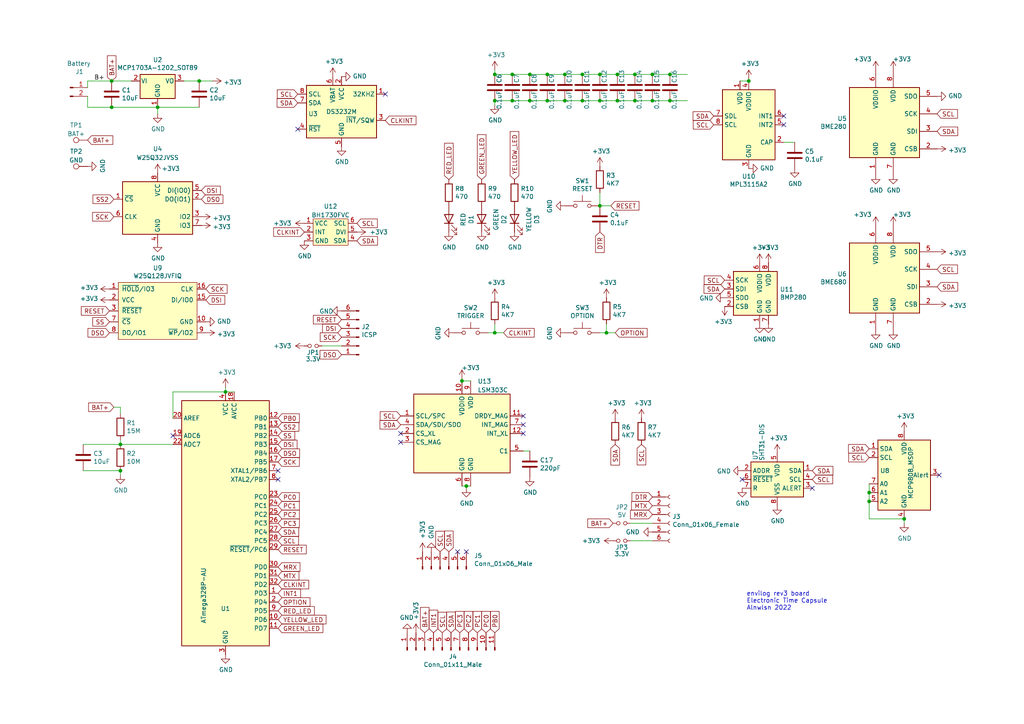
<source format=kicad_sch>
(kicad_sch (version 20211123) (generator eeschema)
  (paper "A4")
  (junction (at 179.07 29.21))
  (junction (at 34.925 128.905))
  (junction (at 143.51 29.21))
  (junction (at 153.67 29.21))
  (junction (at 32.385 23.495))
  (junction (at 143.51 21.59))
  (junction (at 153.67 21.59))
  (junction (at 173.99 21.59))
  (junction (at 252.095 145.415))
  (junction (at 184.15 21.59))
  (junction (at 148.59 29.21))
  (junction (at 57.785 23.495))
  (junction (at 252.095 142.875))
  (junction (at 168.91 21.59))
  (junction (at 133.985 110.49))
  (junction (at 168.91 29.21))
  (junction (at 194.31 21.59))
  (junction (at 217.17 23.495))
  (junction (at 135.255 140.97))
  (junction (at 32.385 31.115))
  (junction (at 175.895 96.52))
  (junction (at 45.72 31.115))
  (junction (at 179.07 21.59))
  (junction (at 148.59 21.59))
  (junction (at 158.75 29.21))
  (junction (at 189.23 29.21))
  (junction (at 189.23 21.59))
  (junction (at 34.925 136.525))
  (junction (at 65.405 113.665))
  (junction (at 163.83 21.59))
  (junction (at 173.99 59.69))
  (junction (at 163.83 29.21))
  (junction (at 262.255 150.495))
  (junction (at 143.51 96.52))
  (junction (at 194.31 29.21))
  (junction (at 173.99 29.21))
  (junction (at 158.75 21.59))
  (junction (at 184.15 29.21))
  (no_connect (at 215.265 139.065))
  (no_connect (at 151.765 123.19))
  (no_connect (at 151.765 125.73))
  (no_connect (at 116.205 128.27))
  (no_connect (at 116.205 125.73))
  (no_connect (at 151.765 120.65))
  (no_connect (at 86.36 37.465))
  (no_connect (at 80.645 136.525))
  (no_connect (at 111.76 27.305))
  (no_connect (at 235.585 141.605))
  (no_connect (at 132.715 160.02))
  (no_connect (at 272.415 137.795))
  (no_connect (at 80.645 139.065))
  (no_connect (at 227.33 36.195))
  (no_connect (at 135.255 160.02))
  (no_connect (at 227.33 33.655))
  (no_connect (at 50.165 126.365))
  (wire (pts (xy 61.595 23.495) (xy 57.785 23.495)))
  (wire (pts (xy 32.385 31.115) (xy 45.72 31.115)))
  (wire (pts (xy 227.33 41.275) (xy 230.505 41.275)))
  (wire (pts (xy 173.99 29.21) (xy 179.07 29.21)))
  (wire (pts (xy 163.83 21.59) (xy 168.91 21.59)))
  (wire (pts (xy 178.435 96.52) (xy 175.895 96.52)))
  (wire (pts (xy 143.51 21.59) (xy 148.59 21.59)))
  (wire (pts (xy 93.345 100.33) (xy 99.06 100.33)))
  (wire (pts (xy 173.99 55.88) (xy 173.99 59.69)))
  (wire (pts (xy 25.4 23.495) (xy 32.385 23.495)))
  (wire (pts (xy 143.51 29.21) (xy 148.59 29.21)))
  (wire (pts (xy 177.165 59.69) (xy 173.99 59.69)))
  (wire (pts (xy 143.51 96.52) (xy 141.605 96.52)))
  (wire (pts (xy 158.75 21.59) (xy 163.83 21.59)))
  (wire (pts (xy 146.05 96.52) (xy 143.51 96.52)))
  (wire (pts (xy 133.985 140.97) (xy 135.255 140.97)))
  (wire (pts (xy 34.925 136.525) (xy 24.13 136.525)))
  (wire (pts (xy 24.13 128.905) (xy 34.925 128.905)))
  (wire (pts (xy 148.59 29.21) (xy 153.67 29.21)))
  (wire (pts (xy 34.925 137.795) (xy 34.925 136.525)))
  (wire (pts (xy 25.4 25.4) (xy 25.4 23.495)))
  (wire (pts (xy 217.17 23.495) (xy 214.63 23.495)))
  (wire (pts (xy 133.985 109.855) (xy 133.985 110.49)))
  (wire (pts (xy 182.88 156.845) (xy 189.23 156.845)))
  (wire (pts (xy 34.925 118.11) (xy 33.02 118.11)))
  (wire (pts (xy 143.51 20.32) (xy 143.51 21.59)))
  (wire (pts (xy 179.07 21.59) (xy 184.15 21.59)))
  (wire (pts (xy 135.255 140.97) (xy 135.255 141.605)))
  (wire (pts (xy 133.985 110.49) (xy 136.525 110.49)))
  (wire (pts (xy 67.945 113.665) (xy 65.405 113.665)))
  (wire (pts (xy 34.925 120.015) (xy 34.925 118.11)))
  (wire (pts (xy 262.255 151.765) (xy 262.255 150.495)))
  (wire (pts (xy 57.785 23.495) (xy 53.34 23.495)))
  (wire (pts (xy 163.83 29.21) (xy 168.91 29.21)))
  (wire (pts (xy 38.1 23.495) (xy 32.385 23.495)))
  (wire (pts (xy 158.75 29.21) (xy 163.83 29.21)))
  (wire (pts (xy 189.23 29.21) (xy 194.31 29.21)))
  (wire (pts (xy 45.72 31.115) (xy 57.785 31.115)))
  (wire (pts (xy 189.23 21.59) (xy 194.31 21.59)))
  (wire (pts (xy 25.4 31.115) (xy 25.4 27.94)))
  (wire (pts (xy 194.31 29.21) (xy 199.39 29.21)))
  (wire (pts (xy 252.095 145.415) (xy 252.095 142.875)))
  (wire (pts (xy 217.17 23.495) (xy 217.17 22.86)))
  (wire (pts (xy 65.405 113.665) (xy 50.165 113.665)))
  (wire (pts (xy 168.91 29.21) (xy 173.99 29.21)))
  (wire (pts (xy 194.31 21.59) (xy 199.39 21.59)))
  (wire (pts (xy 184.15 21.59) (xy 189.23 21.59)))
  (wire (pts (xy 175.895 96.52) (xy 173.99 96.52)))
  (wire (pts (xy 148.59 21.59) (xy 153.67 21.59)))
  (wire (pts (xy 179.07 29.21) (xy 184.15 29.21)))
  (wire (pts (xy 252.095 142.875) (xy 252.095 140.335)))
  (wire (pts (xy 135.255 140.97) (xy 136.525 140.97)))
  (wire (pts (xy 34.925 128.905) (xy 34.925 127.635)))
  (wire (pts (xy 143.51 29.21) (xy 143.51 30.48)))
  (wire (pts (xy 252.095 150.495) (xy 252.095 145.415)))
  (wire (pts (xy 32.385 31.115) (xy 25.4 31.115)))
  (wire (pts (xy 65.405 113.665) (xy 65.405 112.395)))
  (wire (pts (xy 175.895 93.98) (xy 175.895 96.52)))
  (wire (pts (xy 184.15 29.21) (xy 189.23 29.21)))
  (wire (pts (xy 50.165 113.665) (xy 50.165 121.285)))
  (wire (pts (xy 182.88 151.765) (xy 189.23 151.765)))
  (wire (pts (xy 45.72 33.02) (xy 45.72 31.115)))
  (wire (pts (xy 153.67 21.59) (xy 158.75 21.59)))
  (wire (pts (xy 151.765 130.81) (xy 153.67 130.81)))
  (wire (pts (xy 50.165 128.905) (xy 34.925 128.905)))
  (wire (pts (xy 143.51 93.98) (xy 143.51 96.52)))
  (wire (pts (xy 168.91 21.59) (xy 173.99 21.59)))
  (wire (pts (xy 173.99 21.59) (xy 179.07 21.59)))
  (wire (pts (xy 262.255 150.495) (xy 252.095 150.495)))
  (wire (pts (xy 153.67 29.21) (xy 158.75 29.21)))
  (text "envilog rev3 board\nElectronic Time Capsule\nAlnwlsn 2022" (at 216.535 177.165 0) (effects (font (size 1.27 1.27)) (justify left bottom)))
  (label "B+" (at 27.305 23.495 0))
  (global_label "SDA" (shape input) (at 103.505 69.85 0) (property "Intersheet References" "${INTERSHEET_REFS}" (effects hide)))
  (global_label "SDA" (shape input) (at 235.585 136.525 0) (property "Intersheet References" "${INTERSHEET_REFS}" (effects hide)))
  (global_label "BAT+" (shape input) (at 177.8 151.765 180) (property "Intersheet References" "${INTERSHEET_REFS}" (effects hide)))
  (global_label "SDA" (shape input) (at 178.435 128.905 270) (property "Intersheet References" "${INTERSHEET_REFS}" (effects hide)))
  (global_label "SDA" (shape input) (at 252.095 130.175 180) (property "Intersheet References" "${INTERSHEET_REFS}" (effects hide)))
  (global_label "PC2" (shape input) (at 135.89 183.515 90) (property "Intersheet References" "${INTERSHEET_REFS}" (effects hide)))
  (global_label "DSO" (shape input) (at 31.75 96.52 180) (property "Intersheet References" "${INTERSHEET_REFS}" (effects hide)))
  (global_label "SCL" (shape input) (at 127.635 160.02 90) (property "Intersheet References" "${INTERSHEET_REFS}" (effects hide)))
  (global_label "PC1" (shape input) (at 138.43 183.515 90) (property "Intersheet References" "${INTERSHEET_REFS}" (effects hide)))
  (global_label "MTX" (shape input) (at 189.23 146.685 180) (property "Intersheet References" "${INTERSHEET_REFS}" (effects hide)))
  (global_label "SDA" (shape input) (at 207.01 33.655 180) (property "Intersheet References" "${INTERSHEET_REFS}" (effects hide)))
  (global_label "OPTION" (shape input) (at 80.645 174.625 0) (property "Intersheet References" "${INTERSHEET_REFS}" (effects hide)))
  (global_label "CLKINT" (shape input) (at 111.76 34.925 0) (property "Intersheet References" "${INTERSHEET_REFS}" (effects hide)))
  (global_label "SCL" (shape input) (at 116.205 120.65 180) (property "Intersheet References" "${INTERSHEET_REFS}" (effects hide)))
  (global_label "DSI" (shape input) (at 58.42 55.245 0) (property "Intersheet References" "${INTERSHEET_REFS}" (effects hide)))
  (global_label "SCL" (shape input) (at 128.27 183.515 90) (property "Intersheet References" "${INTERSHEET_REFS}" (effects hide)))
  (global_label "SDA" (shape input) (at 271.78 38.1 0) (property "Intersheet References" "${INTERSHEET_REFS}" (effects hide)))
  (global_label "SS2" (shape input) (at 80.645 123.825 0) (property "Intersheet References" "${INTERSHEET_REFS}" (effects hide)))
  (global_label "BAT+" (shape input) (at 33.02 118.11 180) (property "Intersheet References" "${INTERSHEET_REFS}" (effects hide)))
  (global_label "RED_LED" (shape input) (at 130.175 52.07 90) (property "Intersheet References" "${INTERSHEET_REFS}" (effects hide)))
  (global_label "PB0" (shape input) (at 80.645 121.285 0) (property "Intersheet References" "${INTERSHEET_REFS}" (effects hide)))
  (global_label "SCL" (shape input) (at 271.78 33.02 0) (property "Intersheet References" "${INTERSHEET_REFS}" (effects hide)))
  (global_label "PC3" (shape input) (at 133.35 183.515 90) (property "Intersheet References" "${INTERSHEET_REFS}" (effects hide)))
  (global_label "RESET" (shape input) (at 177.165 59.69 0) (property "Intersheet References" "${INTERSHEET_REFS}" (effects hide)))
  (global_label "CLKINT" (shape input) (at 146.05 96.52 0) (property "Intersheet References" "${INTERSHEET_REFS}" (effects hide)))
  (global_label "DSI" (shape input) (at 80.645 128.905 0) (property "Intersheet References" "${INTERSHEET_REFS}" (effects hide)))
  (global_label "CLKINT" (shape input) (at 80.645 169.545 0) (property "Intersheet References" "${INTERSHEET_REFS}" (effects hide)))
  (global_label "PC0" (shape input) (at 80.645 144.145 0) (property "Intersheet References" "${INTERSHEET_REFS}" (effects hide)))
  (global_label "SDA" (shape input) (at 116.205 123.19 180) (property "Intersheet References" "${INTERSHEET_REFS}" (effects hide)))
  (global_label "SCL" (shape input) (at 207.01 36.195 180) (property "Intersheet References" "${INTERSHEET_REFS}" (effects hide)))
  (global_label "PC1" (shape input) (at 80.645 146.685 0) (property "Intersheet References" "${INTERSHEET_REFS}" (effects hide)))
  (global_label "DTR" (shape input) (at 189.23 144.145 180) (property "Intersheet References" "${INTERSHEET_REFS}" (effects hide)))
  (global_label "SCL" (shape input) (at 210.185 81.28 180) (property "Intersheet References" "${INTERSHEET_REFS}" (effects hide)))
  (global_label "SCL" (shape input) (at 86.36 27.305 180) (property "Intersheet References" "${INTERSHEET_REFS}" (effects hide)))
  (global_label "DSO" (shape input) (at 99.06 102.87 180) (property "Intersheet References" "${INTERSHEET_REFS}" (effects hide)))
  (global_label "MRX" (shape input) (at 80.645 164.465 0) (property "Intersheet References" "${INTERSHEET_REFS}" (effects hide)))
  (global_label "PC3" (shape input) (at 80.645 151.765 0) (property "Intersheet References" "${INTERSHEET_REFS}" (effects hide)))
  (global_label "OPTION" (shape input) (at 178.435 96.52 0) (property "Intersheet References" "${INTERSHEET_REFS}" (effects hide)))
  (global_label "RESET" (shape input) (at 80.645 159.385 0) (property "Intersheet References" "${INTERSHEET_REFS}" (effects hide)))
  (global_label "SCL" (shape input) (at 252.095 132.715 180) (property "Intersheet References" "${INTERSHEET_REFS}" (effects hide)))
  (global_label "INT1" (shape input) (at 80.645 172.085 0) (property "Intersheet References" "${INTERSHEET_REFS}" (effects hide)))
  (global_label "MRX" (shape input) (at 189.23 149.225 180) (property "Intersheet References" "${INTERSHEET_REFS}" (effects hide)))
  (global_label "DTR" (shape input) (at 173.99 67.31 270) (property "Intersheet References" "${INTERSHEET_REFS}" (effects hide)))
  (global_label "SCK" (shape input) (at 80.645 133.985 0) (property "Intersheet References" "${INTERSHEET_REFS}" (effects hide)))
  (global_label "RESET" (shape input) (at 31.75 90.17 180) (property "Intersheet References" "${INTERSHEET_REFS}" (effects hide)))
  (global_label "SDA" (shape input) (at 80.645 154.305 0) (property "Intersheet References" "${INTERSHEET_REFS}" (effects hide)))
  (global_label "SDA" (shape input) (at 210.185 83.82 180) (property "Intersheet References" "${INTERSHEET_REFS}" (effects hide)))
  (global_label "BAT+" (shape input) (at 25.4 40.64 0) (property "Intersheet References" "${INTERSHEET_REFS}" (effects hide)))
  (global_label "SDA" (shape input) (at 271.78 83.185 0) (property "Intersheet References" "${INTERSHEET_REFS}" (effects hide)))
  (global_label "YELLOW_LED" (shape input) (at 149.225 52.07 90) (property "Intersheet References" "${INTERSHEET_REFS}" (effects hide)))
  (global_label "SCL" (shape input) (at 103.505 64.77 0) (property "Intersheet References" "${INTERSHEET_REFS}" (effects hide)))
  (global_label "INT1" (shape input) (at 125.73 183.515 90) (property "Intersheet References" "${INTERSHEET_REFS}" (effects hide)))
  (global_label "MTX" (shape input) (at 80.645 167.005 0) (property "Intersheet References" "${INTERSHEET_REFS}" (effects hide)))
  (global_label "DSI" (shape input) (at 99.06 95.25 180) (property "Intersheet References" "${INTERSHEET_REFS}" (effects hide)))
  (global_label "RED_LED" (shape input) (at 80.645 177.165 0) (property "Intersheet References" "${INTERSHEET_REFS}" (effects hide)))
  (global_label "SDA" (shape input) (at 130.81 183.515 90) (property "Intersheet References" "${INTERSHEET_REFS}" (effects hide)))
  (global_label "SS2" (shape input) (at 33.02 57.785 180) (property "Intersheet References" "${INTERSHEET_REFS}" (effects hide)))
  (global_label "SCK" (shape input) (at 59.69 83.82 0) (property "Intersheet References" "${INTERSHEET_REFS}" (effects hide)))
  (global_label "SS" (shape input) (at 80.645 126.365 0) (property "Intersheet References" "${INTERSHEET_REFS}" (effects hide)))
  (global_label "PB0" (shape input) (at 143.51 183.515 90) (property "Intersheet References" "${INTERSHEET_REFS}" (effects hide)))
  (global_label "SCL" (shape input) (at 235.585 139.065 0) (property "Intersheet References" "${INTERSHEET_REFS}" (effects hide)))
  (global_label "DSI" (shape input) (at 59.69 86.995 0) (property "Intersheet References" "${INTERSHEET_REFS}" (effects hide)))
  (global_label "PC0" (shape input) (at 140.97 183.515 90) (property "Intersheet References" "${INTERSHEET_REFS}" (effects hide)))
  (global_label "SDA" (shape input) (at 130.175 160.02 90) (property "Intersheet References" "${INTERSHEET_REFS}" (effects hide)))
  (global_label "SS" (shape input) (at 31.75 93.345 180) (property "Intersheet References" "${INTERSHEET_REFS}" (effects hide)))
  (global_label "BAT+" (shape input) (at 32.385 23.495 90) (property "Intersheet References" "${INTERSHEET_REFS}" (effects hide)))
  (global_label "SCK" (shape input) (at 99.06 97.79 180) (property "Intersheet References" "${INTERSHEET_REFS}" (effects hide)))
  (global_label "DSO" (shape input) (at 58.42 57.785 0) (property "Intersheet References" "${INTERSHEET_REFS}" (effects hide)))
  (global_label "SCL" (shape input) (at 186.055 128.905 270) (property "Intersheet References" "${INTERSHEET_REFS}" (effects hide)))
  (global_label "SCL" (shape input) (at 80.645 156.845 0) (property "Intersheet References" "${INTERSHEET_REFS}" (effects hide)))
  (global_label "GREEN_LED" (shape input) (at 80.645 182.245 0) (property "Intersheet References" "${INTERSHEET_REFS}" (effects hide)))
  (global_label "BAT+" (shape input) (at 123.19 183.515 90) (property "Intersheet References" "${INTERSHEET_REFS}" (effects hide)))
  (global_label "SCL" (shape input) (at 271.78 78.105 0) (property "Intersheet References" "${INTERSHEET_REFS}" (effects hide)))
  (global_label "DSO" (shape input) (at 80.645 131.445 0) (property "Intersheet References" "${INTERSHEET_REFS}" (effects hide)))
  (global_label "PC2" (shape input) (at 80.645 149.225 0) (property "Intersheet References" "${INTERSHEET_REFS}" (effects hide)))
  (global_label "CLKINT" (shape input) (at 88.265 67.31 180) (property "Intersheet References" "${INTERSHEET_REFS}" (effects hide)))
  (global_label "SDA" (shape input) (at 86.36 29.845 180) (property "Intersheet References" "${INTERSHEET_REFS}" (effects hide)))
  (global_label "SCK" (shape input) (at 33.02 62.865 180) (property "Intersheet References" "${INTERSHEET_REFS}" (effects hide)))
  (global_label "GREEN_LED" (shape input) (at 139.7 52.07 90) (property "Intersheet References" "${INTERSHEET_REFS}" (effects hide)))
  (global_label "YELLOW_LED" (shape input) (at 80.645 179.705 0) (property "Intersheet References" "${INTERSHEET_REFS}" (effects hide)))
  (global_label "RESET" (shape input) (at 99.06 92.71 180) (property "Intersheet References" "${INTERSHEET_REFS}" (effects hide)))
  (symbol (lib_id "Device:C") (at 32.385 27.305 180) (unit 1)
    (property "Reference" "C1" (at 35.306 26.1366 0) (effects (justify right)))
    (property "Value" "10uF" (at 35.306 28.448 0) (effects (justify right)))
    (property "Footprint" "Capacitor_SMD:C_0805_2012Metric" (effects hide))
  )
  (symbol (lib_id "Device:C") (at 57.785 27.305 0) (unit 1)
    (property "Reference" "C2" (at 60.706 26.1366 0) (effects (justify left)))
    (property "Value" "10uF" (at 60.706 28.448 0) (effects (justify left)))
    (property "Footprint" "Capacitor_SMD:C_0805_2012Metric" (effects hide))
  )
  (symbol (lib_id "Regulator_Linear:MCP1703A-1202_SOT89") (at 45.72 23.495 0) (unit 1)
    (property "Reference" "U2" (at 45.72 17.3482 0))
    (property "Value" "MCP1703A-1202_SOT89" (at 45.72 19.6596 0))
    (property "Footprint" "Package_TO_SOT_SMD:SOT-89-3" (effects hide))
    (property "Datasheet" "http://ww1.microchip.com/downloads/en/DeviceDoc/20005122B.pdf" (effects hide))
  )
  (symbol (lib_id "main-rescue:ATmega328P-AU-MCU_Microchip_ATmega") (at 65.405 151.765 0) (unit 1)
    (property "Reference" "U1" (at 65.405 176.53 0))
    (property "Value" "ATmega328P-AU" (at 59.055 172.72 90))
    (property "Footprint" "Package_QFP:TQFP-32_7x7mm_P0.8mm" (effects hide))
    (property "Datasheet" "http://ww1.microchip.com/downloads/en/DeviceDoc/ATmega328_P%20AVR%20MCU%20with%20picoPower%20Technology%20Data%20Sheet%2040001984A.pdf" (effects hide))
  )
  (symbol (lib_id "Device:LED") (at 130.175 63.5 90) (unit 1)
    (property "Reference" "D1" (at 136.652 63.6778 0))
    (property "Value" "RED" (at 134.3406 63.6778 0))
    (property "Footprint" "LED_SMD:LED_0805_2012Metric" (effects hide))
  )
  (symbol (lib_id "Timer_RTC:DS3232M") (at 99.06 32.385 0) (unit 1)
    (property "Reference" "U3" (at 90.805 33.02 0))
    (property "Value" "DS3232M" (at 99.06 32.385 0))
    (property "Footprint" "Package_SO:SOIC-8_3.9x4.9mm_P1.27mm" (effects hide))
    (property "Datasheet" "http://datasheets.maximintegrated.com/en/ds/DS3232M.pdf" (effects hide))
  )
  (symbol (lib_id "Memory_Flash:W25Q32JVSS") (at 45.72 60.325 0) (unit 1)
    (property "Reference" "U4" (at 45.72 43.18 0))
    (property "Value" "W25Q32JVSS" (at 45.72 45.72 0))
    (property "Footprint" "Package_SO:SOIC-8_5.23x5.23mm_P1.27mm" (effects hide))
    (property "Datasheet" "http://www.winbond.com/resource-files/w25q32jv%20revg%2003272018%20plus.pdf" (effects hide))
  )
  (symbol (lib_id "Device:R") (at 34.925 123.825 0) (unit 1)
    (property "Reference" "R1" (at 36.703 122.6566 0) (effects (justify left)))
    (property "Value" "15M" (at 36.703 124.968 0) (effects (justify left)))
    (property "Footprint" "Resistor_SMD:R_0805_2012Metric" (effects hide))
  )
  (symbol (lib_id "Connector:Conn_01x02_Male") (at 20.32 25.4 0) (unit 1)
    (property "Reference" "J1" (at 23.0632 20.8026 0))
    (property "Value" "Battery" (at 22.86 18.415 0))
    (property "Footprint" "Connector_PinHeader_2.54mm:PinHeader_1x02_P2.54mm_Vertical" (effects hide))
  )
  (symbol (lib_id "Sensor:BME280") (at 256.54 35.56 0) (unit 1)
    (property "Reference" "U5" (at 245.6434 34.3916 0) (effects (justify right)))
    (property "Value" "BME280" (at 245.6434 36.703 0) (effects (justify right)))
    (property "Footprint" "Package_LGA:Bosch_LGA-8_2.5x2.5mm_P0.65mm_ClockwisePinNumbering" (effects hide))
    (property "Datasheet" "https://ae-bst.resource.bosch.com/media/_tech/media/datasheets/BST-BME280-DS002.pdf" (effects hide))
  )
  (symbol (lib_id "Sensor:BME680") (at 256.54 80.645 0) (unit 1)
    (property "Reference" "U6" (at 245.6434 79.4766 0) (effects (justify right)))
    (property "Value" "BME680" (at 245.6434 81.788 0) (effects (justify right)))
    (property "Footprint" "Package_LGA:Bosch_LGA-8_3x3mm_P0.8mm_ClockwisePinNumbering" (effects hide))
    (property "Datasheet" "https://ae-bst.resource.bosch.com/media/_tech/media/datasheets/BST-BME680-DS001.pdf" (effects hide))
  )
  (symbol (lib_id "Sensor_Temperature:MCP9808_MSOP") (at 262.255 137.795 0) (unit 1)
    (property "Reference" "U8" (at 255.27 136.525 0) (effects (justify left)))
    (property "Value" "MCP9808_MSOP" (at 264.16 144.78 90) (effects (justify left)))
    (property "Footprint" "Package_SO:MSOP-8_3x3mm_P0.65mm" (effects hide))
    (property "Datasheet" "http://ww1.microchip.com/downloads/en/DeviceDoc/22203b.pdf" (effects hide))
  )
  (symbol (lib_id "Sensor_Humidity:SHT31-DIS") (at 225.425 139.065 0) (unit 1)
    (property "Reference" "U7" (at 219.075 132.08 90))
    (property "Value" "SHT31-DIS" (at 220.98 128.27 90))
    (property "Footprint" "Sensor_Humidity:Sensirion_DFN-8-1EP_2.5x2.5mm_P0.5mm_EP1.1x1.7mm" (effects hide))
    (property "Datasheet" "https://www.sensirion.com/fileadmin/user_upload/customers/sensirion/Dokumente/2_Humidity_Sensors/Datasheets/Sensirion_Humidity_Sensors_SHT3x_Datasheet_digital.pdf" (effects hide))
  )
  (symbol (lib_id "Switch:SW_Push") (at 168.91 59.69 0) (unit 1)
    (property "Reference" "SW1" (at 168.91 52.451 0))
    (property "Value" "RESET" (at 168.91 54.7624 0))
    (property "Footprint" "Button_Switch_SMD:SW_SPST_SKQG_WithStem" (effects hide))
  )
  (symbol (lib_id "power:+3.3V") (at 61.595 23.495 270) (unit 1)
    (property "Reference" "#PWR0101" (effects hide))
    (property "Value" "+3.3V" (at 64.8462 23.876 90) (effects (justify left)))
  )
  (symbol (lib_id "power:GND") (at 45.72 33.02 0) (unit 1)
    (property "Reference" "#PWR0102" (effects hide))
    (property "Value" "GND" (at 45.847 37.4142 0))
  )
  (symbol (lib_id "Device:LED") (at 139.7 63.5 90) (unit 1)
    (property "Reference" "D2" (at 146.177 63.6778 0))
    (property "Value" "GREEN" (at 143.8656 63.6778 0))
    (property "Footprint" "LED_SMD:LED_0805_2012Metric" (effects hide))
  )
  (symbol (lib_id "Device:LED") (at 149.225 63.5 90) (unit 1)
    (property "Reference" "D3" (at 155.702 63.6778 0))
    (property "Value" "YELLOW" (at 153.3906 63.6778 0))
    (property "Footprint" "LED_SMD:LED_0805_2012Metric" (effects hide))
  )
  (symbol (lib_id "power:GND") (at 130.175 67.31 0) (unit 1)
    (property "Reference" "#PWR01" (effects hide))
    (property "Value" "GND" (at 130.302 71.7042 0))
  )
  (symbol (lib_id "power:GND") (at 139.7 67.31 0) (unit 1)
    (property "Reference" "#PWR02" (effects hide))
    (property "Value" "GND" (at 139.827 71.7042 0))
  )
  (symbol (lib_id "power:GND") (at 149.225 67.31 0) (unit 1)
    (property "Reference" "#PWR03" (effects hide))
    (property "Value" "GND" (at 149.352 71.7042 0))
  )
  (symbol (lib_id "power:+3.3V") (at 65.405 112.395 0) (unit 1)
    (property "Reference" "#PWR0103" (effects hide))
    (property "Value" "+3.3V" (at 65.786 108.0008 0))
  )
  (symbol (lib_id "power:+3.3V") (at 173.99 48.26 0) (unit 1)
    (property "Reference" "#PWR05" (effects hide))
    (property "Value" "+3.3V" (at 174.371 43.8658 0))
  )
  (symbol (lib_id "power:GND") (at 163.83 59.69 270) (unit 1)
    (property "Reference" "#PWR04" (effects hide))
    (property "Value" "GND" (at 159.4358 59.817 0))
  )
  (symbol (lib_id "power:GND") (at 65.405 189.865 0) (unit 1)
    (property "Reference" "#PWR0104" (effects hide))
    (property "Value" "GND" (at 65.532 194.2592 0))
  )
  (symbol (lib_id "Device:R") (at 34.925 132.715 0) (unit 1)
    (property "Reference" "R2" (at 36.703 131.5466 0) (effects (justify left)))
    (property "Value" "10M" (at 36.703 133.858 0) (effects (justify left)))
    (property "Footprint" "Resistor_SMD:R_0805_2012Metric" (effects hide))
  )
  (symbol (lib_id "power:GND") (at 34.925 137.795 0) (unit 1)
    (property "Reference" "#PWR0105" (effects hide))
    (property "Value" "GND" (at 35.052 142.1892 0))
  )
  (symbol (lib_id "Device:C") (at 24.13 132.715 0) (unit 1)
    (property "Reference" "C3" (at 27.051 131.5466 0) (effects (justify left)))
    (property "Value" "10uF" (at 27.051 133.858 0) (effects (justify left)))
    (property "Footprint" "Capacitor_SMD:C_0805_2012Metric" (effects hide))
  )
  (symbol (lib_id "Device:C") (at 173.99 63.5 0) (unit 1)
    (property "Reference" "C4" (at 176.911 62.3316 0) (effects (justify left)))
    (property "Value" "0.1uF" (at 176.911 64.643 0) (effects (justify left)))
    (property "Footprint" "Capacitor_SMD:C_0805_2012Metric" (effects hide))
  )
  (symbol (lib_id "Switch:SW_Push") (at 136.525 96.52 0) (unit 1)
    (property "Reference" "SW2" (at 136.525 89.281 0))
    (property "Value" "TRIGGER" (at 136.525 91.5924 0))
    (property "Footprint" "Button_Switch_SMD:SW_SPST_SKQG_WithStem" (effects hide))
  )
  (symbol (lib_id "power:GND") (at 131.445 96.52 270) (unit 1)
    (property "Reference" "#PWR0135" (effects hide))
    (property "Value" "GND" (at 127.0508 96.647 0))
  )
  (symbol (lib_id "Device:R") (at 143.51 90.17 0) (unit 1)
    (property "Reference" "R4" (at 145.288 89.0016 0) (effects (justify left)))
    (property "Value" "4K7" (at 145.288 91.313 0) (effects (justify left)))
    (property "Footprint" "Resistor_SMD:R_0805_2012Metric" (effects hide))
  )
  (symbol (lib_id "power:+3.3V") (at 143.51 86.36 0) (unit 1)
    (property "Reference" "#PWR0136" (effects hide))
    (property "Value" "+3.3V" (at 143.891 81.9658 0))
  )
  (symbol (lib_id "Connector:Conn_01x06_Male") (at 104.14 97.79 180) (unit 1)
    (property "Reference" "J2" (at 104.8512 94.7928 0) (effects (justify right)))
    (property "Value" "ICSP" (at 104.8512 97.1042 0) (effects (justify right)))
    (property "Footprint" "Connector_PinHeader_2.54mm:PinHeader_2x03_P2.54mm_Vertical" (effects hide))
  )
  (symbol (lib_id "main-rescue:W25Q128JVFIQ-wilson-z80") (at 46.355 90.805 0) (unit 1)
    (property "Reference" "U9" (at 45.72 77.724 0))
    (property "Value" "W25Q128JVFIQ" (at 45.72 80.0354 0))
    (property "Footprint" "Package_SO:SOIC-16W_7.5x10.3mm_P1.27mm" (effects hide))
  )
  (symbol (lib_id "power:+3.3V") (at 31.75 86.995 90) (unit 1)
    (property "Reference" "#PWR0107" (effects hide))
    (property "Value" "+3.3V" (at 28.4988 86.614 90) (effects (justify left)))
  )
  (symbol (lib_id "power:GND") (at 99.06 90.17 270) (unit 1)
    (property "Reference" "#PWR0137" (effects hide))
    (property "Value" "GND" (at 94.6658 90.297 90))
  )
  (symbol (lib_id "power:GND") (at 59.69 93.345 90) (unit 1)
    (property "Reference" "#PWR0108" (effects hide))
    (property "Value" "GND" (at 62.9412 93.218 90) (effects (justify right)))
  )
  (symbol (lib_id "power:+3.3V") (at 31.75 83.82 90) (unit 1)
    (property "Reference" "#PWR0109" (effects hide))
    (property "Value" "+3.3V" (at 28.4988 83.439 90) (effects (justify left)))
  )
  (symbol (lib_id "power:+3.3V") (at 59.69 96.52 270) (unit 1)
    (property "Reference" "#PWR0110" (effects hide))
    (property "Value" "+3.3V" (at 62.9412 96.901 90) (effects (justify left)))
  )
  (symbol (lib_id "power:GND") (at 45.72 70.485 0) (unit 1)
    (property "Reference" "#PWR0111" (effects hide))
    (property "Value" "GND" (at 45.847 74.8792 0))
  )
  (symbol (lib_id "power:+3.3V") (at 45.72 50.165 0) (unit 1)
    (property "Reference" "#PWR0112" (effects hide))
    (property "Value" "+3.3V" (at 49.53 48.895 0))
  )
  (symbol (lib_id "Connector:Conn_01x06_Female") (at 194.31 149.225 0) (unit 1)
    (property "Reference" "J3" (at 195.0212 149.8346 0) (effects (justify left)))
    (property "Value" "Conn_01x06_Female" (at 195.0212 152.146 0) (effects (justify left)))
    (property "Footprint" "Connector_PinSocket_2.54mm:PinSocket_1x06_P2.54mm_Vertical" (effects hide))
  )
  (symbol (lib_id "power:GND") (at 189.23 154.305 270) (unit 1)
    (property "Reference" "#PWR018" (effects hide))
    (property "Value" "GND" (at 183.515 154.305 90))
  )
  (symbol (lib_id "power:+3.3V") (at 58.42 62.865 270) (unit 1)
    (property "Reference" "#PWR0113" (effects hide))
    (property "Value" "+3.3V" (at 61.6712 63.246 90) (effects (justify left)))
  )
  (symbol (lib_id "main-rescue:Jumper_NO_Small-Device") (at 180.34 151.765 0) (unit 1)
    (property "Reference" "JP2" (at 180.34 147.066 0))
    (property "Value" "5V" (at 180.34 149.3774 0))
    (property "Footprint" "Jumper:SolderJumper-2_P1.3mm_Open_RoundedPad1.0x1.5mm" (effects hide))
  )
  (symbol (lib_id "power:+3.3V") (at 58.42 65.405 270) (unit 1)
    (property "Reference" "#PWR0114" (effects hide))
    (property "Value" "+3.3V" (at 61.6712 65.786 90) (effects (justify left)))
  )
  (symbol (lib_id "main-rescue:Jumper_NO_Small-Device") (at 180.34 156.845 0) (unit 1)
    (property "Reference" "JP3" (at 180.34 158.75 0))
    (property "Value" "3.3V" (at 180.34 160.655 0))
    (property "Footprint" "Jumper:SolderJumper-2_P1.3mm_Open_RoundedPad1.0x1.5mm" (effects hide))
  )
  (symbol (lib_id "power:+3.3V") (at 177.8 156.845 90) (unit 1)
    (property "Reference" "#PWR017" (effects hide))
    (property "Value" "+3.3V" (at 171.45 156.845 90))
  )
  (symbol (lib_id "main-rescue:Jumper_NO_Small-Device") (at 90.805 100.33 0) (unit 1)
    (property "Reference" "JP1" (at 90.805 102.235 0))
    (property "Value" "3.3V" (at 90.805 104.14 0))
    (property "Footprint" "Jumper:SolderJumper-2_P1.3mm_Open_RoundedPad1.0x1.5mm" (effects hide))
  )
  (symbol (lib_id "power:+3.3V") (at 88.265 100.33 90) (unit 1)
    (property "Reference" "#PWR016" (effects hide))
    (property "Value" "+3.3V" (at 81.915 100.33 90))
  )
  (symbol (lib_id "Switch:SW_Push") (at 168.91 96.52 0) (unit 1)
    (property "Reference" "SW3" (at 168.91 89.281 0))
    (property "Value" "OPTION" (at 168.91 91.5924 0))
    (property "Footprint" "Button_Switch_SMD:SW_SPST_SKQG_WithStem" (effects hide))
  )
  (symbol (lib_id "power:GND") (at 163.83 96.52 270) (unit 1)
    (property "Reference" "#PWR019" (effects hide))
    (property "Value" "GND" (at 159.4358 96.647 0))
  )
  (symbol (lib_id "Device:R") (at 175.895 90.17 0) (unit 1)
    (property "Reference" "R5" (at 177.673 89.0016 0) (effects (justify left)))
    (property "Value" "4K7" (at 177.673 91.313 0) (effects (justify left)))
    (property "Footprint" "Resistor_SMD:R_0805_2012Metric" (effects hide))
  )
  (symbol (lib_id "power:+3.3V") (at 175.895 86.36 0) (unit 1)
    (property "Reference" "#PWR020" (effects hide))
    (property "Value" "+3.3V" (at 176.276 81.9658 0))
  )
  (symbol (lib_id "Device:R") (at 178.435 125.095 0) (unit 1)
    (property "Reference" "R6" (at 180.213 123.9266 0) (effects (justify left)))
    (property "Value" "4K7" (at 180.213 126.238 0) (effects (justify left)))
    (property "Footprint" "Resistor_SMD:R_0805_2012Metric" (effects hide))
  )
  (symbol (lib_id "power:+3.3V") (at 178.435 121.285 0) (unit 1)
    (property "Reference" "#PWR0138" (effects hide))
    (property "Value" "+3.3V" (at 178.816 116.8908 0))
  )
  (symbol (lib_id "power:+3.3V") (at 96.52 22.225 0) (unit 1)
    (property "Reference" "#PWR0115" (effects hide))
    (property "Value" "+3.3V" (at 96.901 17.8308 0))
  )
  (symbol (lib_id "Device:R") (at 186.055 125.095 0) (unit 1)
    (property "Reference" "R7" (at 187.833 123.9266 0) (effects (justify left)))
    (property "Value" "4K7" (at 187.833 126.238 0) (effects (justify left)))
    (property "Footprint" "Resistor_SMD:R_0805_2012Metric" (effects hide))
  )
  (symbol (lib_id "power:+3.3V") (at 186.055 121.285 0) (unit 1)
    (property "Reference" "#PWR0139" (effects hide))
    (property "Value" "+3.3V" (at 186.436 116.8908 0))
  )
  (symbol (lib_id "power:GND") (at 99.06 42.545 0) (unit 1)
    (property "Reference" "#PWR0116" (effects hide))
    (property "Value" "GND" (at 99.187 46.9392 0))
  )
  (symbol (lib_id "power:GND") (at 99.06 22.225 90) (unit 1)
    (property "Reference" "#PWR0117" (effects hide))
    (property "Value" "GND" (at 102.3112 22.098 90) (effects (justify right)))
  )
  (symbol (lib_id "power:GND") (at 118.11 183.515 180) (unit 1)
    (property "Reference" "#PWR021" (effects hide))
    (property "Value" "GND" (at 117.983 179.1208 0))
  )
  (symbol (lib_id "power:+3.3V") (at 120.65 183.515 0) (unit 1)
    (property "Reference" "#PWR022" (effects hide))
    (property "Value" "+3.3V" (at 120.65 177.165 90))
  )
  (symbol (lib_id "power:+3.3V") (at 254 20.32 0) (unit 1)
    (property "Reference" "#PWR0118" (effects hide))
    (property "Value" "+3.3V" (at 250.19 17.145 0))
  )
  (symbol (lib_id "power:+3.3V") (at 259.08 20.32 0) (unit 1)
    (property "Reference" "#PWR0119" (effects hide))
    (property "Value" "+3.3V" (at 261.62 17.145 0))
  )
  (symbol (lib_id "power:GND") (at 254 50.8 0) (unit 1)
    (property "Reference" "#PWR0120" (effects hide))
    (property "Value" "GND" (at 254.127 55.1942 0))
  )
  (symbol (lib_id "Connector:Conn_01x06_Male") (at 127.635 165.1 90) (unit 1)
    (property "Reference" "J5" (at 137.4902 161.1884 90) (effects (justify right)))
    (property "Value" "Conn_01x06_Male" (at 137.4902 163.4998 90) (effects (justify right)))
    (property "Footprint" "Connector_PinHeader_2.54mm:PinHeader_1x06_P2.54mm_Vertical" (effects hide))
  )
  (symbol (lib_id "power:GND") (at 259.08 50.8 0) (unit 1)
    (property "Reference" "#PWR0121" (effects hide))
    (property "Value" "GND" (at 259.207 55.1942 0))
  )
  (symbol (lib_id "Device:R") (at 173.99 52.07 0) (unit 1)
    (property "Reference" "R3" (at 175.768 50.9016 0) (effects (justify left)))
    (property "Value" "4K7" (at 175.768 53.213 0) (effects (justify left)))
    (property "Footprint" "Resistor_SMD:R_0805_2012Metric" (effects hide))
  )
  (symbol (lib_id "power:+3.3V") (at 122.555 160.02 0) (unit 1)
    (property "Reference" "#PWR0140" (effects hide))
    (property "Value" "+3.3V" (at 122.555 153.67 90))
  )
  (symbol (lib_id "power:GND") (at 125.095 160.02 180) (unit 1)
    (property "Reference" "#PWR0141" (effects hide))
    (property "Value" "GND" (at 125.095 154.305 90))
  )
  (symbol (lib_id "power:+3.3V") (at 271.78 43.18 270) (unit 1)
    (property "Reference" "#PWR0122" (effects hide))
    (property "Value" "+3.3V" (at 275.0312 43.561 90) (effects (justify left)))
  )
  (symbol (lib_id "Device:R") (at 130.175 55.88 0) (unit 1)
    (property "Reference" "R8" (at 131.953 54.7116 0) (effects (justify left)))
    (property "Value" "470" (at 131.953 57.023 0) (effects (justify left)))
    (property "Footprint" "Resistor_SMD:R_0805_2012Metric" (effects hide))
  )
  (symbol (lib_id "Device:R") (at 139.7 55.88 0) (unit 1)
    (property "Reference" "R9" (at 141.478 54.7116 0) (effects (justify left)))
    (property "Value" "470" (at 141.478 57.023 0) (effects (justify left)))
    (property "Footprint" "Resistor_SMD:R_0805_2012Metric" (effects hide))
  )
  (symbol (lib_id "Device:R") (at 149.225 55.88 0) (unit 1)
    (property "Reference" "R10" (at 151.003 54.7116 0) (effects (justify left)))
    (property "Value" "470" (at 151.003 57.023 0) (effects (justify left)))
    (property "Footprint" "Resistor_SMD:R_0805_2012Metric" (effects hide))
  )
  (symbol (lib_id "power:GND") (at 271.78 27.94 90) (unit 1)
    (property "Reference" "#PWR0123" (effects hide))
    (property "Value" "GND" (at 275.0312 27.813 90) (effects (justify right)))
  )
  (symbol (lib_id "power:+3.3V") (at 254 65.405 0) (unit 1)
    (property "Reference" "#PWR0124" (effects hide))
    (property "Value" "+3.3V" (at 250.19 62.23 0))
  )
  (symbol (lib_id "power:+3.3V") (at 259.08 65.405 0) (unit 1)
    (property "Reference" "#PWR0125" (effects hide))
    (property "Value" "+3.3V" (at 261.62 62.23 0))
  )
  (symbol (lib_id "power:GND") (at 254 95.885 0) (unit 1)
    (property "Reference" "#PWR0126" (effects hide))
    (property "Value" "GND" (at 254.127 100.2792 0))
  )
  (symbol (lib_id "power:GND") (at 259.08 95.885 0) (unit 1)
    (property "Reference" "#PWR0127" (effects hide))
    (property "Value" "GND" (at 259.207 100.2792 0))
  )
  (symbol (lib_id "power:+3.3V") (at 271.78 88.265 270) (unit 1)
    (property "Reference" "#PWR0128" (effects hide))
    (property "Value" "+3.3V" (at 275.0312 88.646 90) (effects (justify left)))
  )
  (symbol (lib_id "power:+3.3V") (at 271.78 73.025 270) (unit 1)
    (property "Reference" "#PWR0129" (effects hide))
    (property "Value" "+3.3V" (at 275.0312 73.406 90) (effects (justify left)))
  )
  (symbol (lib_id "power:GND") (at 262.255 151.765 0) (unit 1)
    (property "Reference" "#PWR0130" (effects hide))
    (property "Value" "GND" (at 262.382 156.1592 0))
  )
  (symbol (lib_id "power:+3.3V") (at 262.255 125.095 0) (unit 1)
    (property "Reference" "#PWR0131" (effects hide))
    (property "Value" "+3.3V" (at 262.636 120.7008 0))
  )
  (symbol (lib_id "power:GND") (at 225.425 146.685 0) (unit 1)
    (property "Reference" "#PWR0132" (effects hide))
    (property "Value" "GND" (at 225.552 151.0792 0))
  )
  (symbol (lib_id "power:+3.3V") (at 225.425 131.445 0) (unit 1)
    (property "Reference" "#PWR0133" (effects hide))
    (property "Value" "+3.3V" (at 225.806 127.0508 0))
  )
  (symbol (lib_id "power:GND") (at 215.265 141.605 0) (unit 1)
    (property "Reference" "#PWR0134" (effects hide))
    (property "Value" "GND" (at 215.392 145.9992 0))
  )
  (symbol (lib_id "power:GND") (at 215.265 136.525 270) (unit 1)
    (property "Reference" "#PWR08" (effects hide))
    (property "Value" "GND" (at 212.0138 136.652 90) (effects (justify right)))
  )
  (symbol (lib_id "Sensor_Pressure:MPL3115A2") (at 217.17 36.195 0) (unit 1)
    (property "Reference" "U10" (at 217.17 51.1556 0))
    (property "Value" "MPL3115A2" (at 217.17 53.467 0))
    (property "Footprint" "Package_LGA:NXP_LGA-8_3x5mm_P1.25mm_H1.1mm" (effects hide))
    (property "Datasheet" "https://www.nxp.com/docs/en/data-sheet/MPL3115A2.pdf" (effects hide))
  )
  (symbol (lib_id "power:+3.3V") (at 217.17 22.86 0) (unit 1)
    (property "Reference" "#PWR09" (effects hide))
    (property "Value" "+3.3V" (at 217.551 18.4658 0))
  )
  (symbol (lib_id "Device:C") (at 230.505 45.085 0) (unit 1)
    (property "Reference" "C5" (at 233.426 43.9166 0) (effects (justify left)))
    (property "Value" "0.1uF" (at 233.426 46.228 0) (effects (justify left)))
    (property "Footprint" "Capacitor_SMD:C_0805_2012Metric" (effects hide))
  )
  (symbol (lib_id "power:GND") (at 217.17 48.895 90) (unit 1)
    (property "Reference" "#PWR010" (effects hide))
    (property "Value" "GND" (at 220.4212 48.768 90) (effects (justify right)))
  )
  (symbol (lib_id "power:GND") (at 230.505 48.895 0) (unit 1)
    (property "Reference" "#PWR015" (effects hide))
    (property "Value" "GND" (at 230.632 53.2892 0))
  )
  (symbol (lib_id "Sensor_Pressure:BMP280") (at 220.345 86.36 0) (unit 1)
    (property "Reference" "U11" (at 226.187 83.9216 0) (effects (justify left)))
    (property "Value" "BMP280" (at 226.187 86.233 0) (effects (justify left)))
    (property "Footprint" "Package_LGA:Bosch_LGA-8_2x2.5mm_P0.65mm_ClockwisePinNumbering" (effects hide))
    (property "Datasheet" "https://ae-bst.resource.bosch.com/media/_tech/media/datasheets/BST-BMP280-DS001.pdf" (effects hide))
  )
  (symbol (lib_id "power:+3.3V") (at 222.885 76.2 0) (unit 1)
    (property "Reference" "#PWR013" (effects hide))
    (property "Value" "+3.3V" (at 223.266 71.8058 0))
  )
  (symbol (lib_id "power:+3.3V") (at 220.345 76.2 0) (unit 1)
    (property "Reference" "#PWR011" (effects hide))
    (property "Value" "+3.3V" (at 220.726 71.8058 0))
  )
  (symbol (lib_id "power:GND") (at 220.345 93.98 0) (unit 1)
    (property "Reference" "#PWR012" (effects hide))
    (property "Value" "GND" (at 220.472 98.3742 0))
  )
  (symbol (lib_id "power:GND") (at 222.885 93.98 0) (unit 1)
    (property "Reference" "#PWR014" (effects hide))
    (property "Value" "GND" (at 223.012 98.3742 0))
  )
  (symbol (lib_id "power:+3.3V") (at 210.185 88.9 180) (unit 1)
    (property "Reference" "#PWR07" (effects hide))
    (property "Value" "+3.3V" (at 209.804 93.2942 0))
  )
  (symbol (lib_id "power:GND") (at 210.185 86.36 270) (unit 1)
    (property "Reference" "#PWR06" (effects hide))
    (property "Value" "GND" (at 206.9338 86.487 90) (effects (justify right)))
  )
  (symbol (lib_id "Connector:Conn_01x11_Male") (at 130.81 188.595 90) (unit 1)
    (property "Reference" "J4" (at 131.3688 190.4492 90))
    (property "Value" "Conn_01x11_Male" (at 131.3688 192.7606 90))
    (property "Footprint" "Connector_PinHeader_2.54mm:PinHeader_1x11_P2.54mm_Vertical" (effects hide))
  )
  (symbol (lib_id "Sensor_Motion:LSM303C") (at 133.985 125.73 0) (unit 1)
    (property "Reference" "U13" (at 138.5444 110.6002 0) (effects (justify left)))
    (property "Value" "LSM303C" (at 138.5444 113.1371 0) (effects (justify left)))
    (property "Footprint" "Package_LGA:LGA-12_2x2mm_P0.5mm" (effects hide))
    (property "Datasheet" "www.st.com/resource/en/datasheet/lsm303c.pdf" (effects hide))
  )
  (symbol (lib_id "power:GND") (at 25.4 48.26 90) (unit 1)
    (property "Reference" "#PWR023" (effects hide))
    (property "Value" "GND" (at 29.7942 48.133 0))
  )
  (symbol (lib_id "Device:C") (at 158.75 25.4 0) (unit 1)
    (property "Reference" "C9" (at 160.02 24.13 90) (effects (justify left)))
    (property "Value" "0.1uF" (at 160.02 31.75 90) (effects (justify left)))
    (property "Footprint" "Capacitor_SMD:C_0805_2012Metric" (effects hide))
  )
  (symbol (lib_id "power:+3.3V") (at 133.985 109.855 0) (unit 1)
    (property "Reference" "#PWR029" (effects hide))
    (property "Value" "+3.3V" (at 136.525 106.68 0))
  )
  (symbol (lib_id "Device:C") (at 148.59 25.4 0) (unit 1)
    (property "Reference" "C7" (at 149.86 24.13 90) (effects (justify left)))
    (property "Value" "0.1uF" (at 149.86 31.75 90) (effects (justify left)))
    (property "Footprint" "Capacitor_SMD:C_0805_2012Metric" (effects hide))
  )
  (symbol (lib_id "Connector:TestPoint") (at 25.4 40.64 90) (unit 1)
    (property "Reference" "TP1" (at 22.098 36.3052 90))
    (property "Value" "BAT+" (at 22.098 38.8421 90))
    (property "Footprint" "wilson-z80:4mm-bslot" (effects hide))
  )
  (symbol (lib_id "Device:C") (at 189.23 25.4 0) (unit 1)
    (property "Reference" "C15" (at 190.5 24.13 90) (effects (justify left)))
    (property "Value" "0.1uF" (at 190.5 31.75 90) (effects (justify left)))
    (property "Footprint" "Capacitor_SMD:C_0805_2012Metric" (effects hide))
  )
  (symbol (lib_id "Device:C") (at 153.67 25.4 0) (unit 1)
    (property "Reference" "C8" (at 154.94 24.13 90) (effects (justify left)))
    (property "Value" "0.1uF" (at 154.94 31.75 90) (effects (justify left)))
    (property "Footprint" "Capacitor_SMD:C_0805_2012Metric" (effects hide))
  )
  (symbol (lib_id "wilson-z80:BH1730FVC") (at 95.885 67.31 0) (unit 1)
    (property "Reference" "U12" (at 95.885 59.851 0))
    (property "Value" "BH1730FVC" (at 95.885 62.3879 0))
    (property "Footprint" "wilson-z80:WSOF-6" (effects hide))
  )
  (symbol (lib_id "Device:C") (at 143.51 25.4 0) (unit 1)
    (property "Reference" "C6" (at 144.78 24.13 90) (effects (justify left)))
    (property "Value" "0.1uF" (at 144.78 31.75 90) (effects (justify left)))
    (property "Footprint" "Capacitor_SMD:C_0805_2012Metric" (effects hide))
  )
  (symbol (lib_id "Device:C") (at 153.67 134.62 0) (unit 1)
    (property "Reference" "C17" (at 156.591 133.4516 0) (effects (justify left)))
    (property "Value" "220pF" (at 156.591 135.763 0) (effects (justify left)))
    (property "Footprint" "Capacitor_SMD:C_0805_2012Metric" (effects hide))
  )
  (symbol (lib_id "power:+3.3V") (at 103.505 67.31 270) (unit 1)
    (property "Reference" "#PWR028" (effects hide))
    (property "Value" "+3.3V" (at 109.855 67.31 90))
  )
  (symbol (lib_id "Device:C") (at 163.83 25.4 0) (unit 1)
    (property "Reference" "C10" (at 165.1 24.13 90) (effects (justify left)))
    (property "Value" "0.1uF" (at 165.1 31.75 90) (effects (justify left)))
    (property "Footprint" "Capacitor_SMD:C_0805_2012Metric" (effects hide))
  )
  (symbol (lib_id "power:GND") (at 135.255 141.605 0) (unit 1)
    (property "Reference" "#PWR030" (effects hide))
    (property "Value" "GND" (at 135.382 145.9992 0))
  )
  (symbol (lib_id "power:GND") (at 88.265 69.85 0) (unit 1)
    (property "Reference" "#PWR027" (effects hide))
    (property "Value" "GND" (at 88.392 74.2442 0))
  )
  (symbol (lib_id "power:+3.3V") (at 143.51 20.32 0) (unit 1)
    (property "Reference" "#PWR024" (effects hide))
    (property "Value" "+3.3V" (at 143.891 15.9258 0))
  )
  (symbol (lib_id "power:+3.3V") (at 88.265 64.77 90) (unit 1)
    (property "Reference" "#PWR026" (effects hide))
    (property "Value" "+3.3V" (at 81.915 64.77 90))
  )
  (symbol (lib_id "Device:C") (at 179.07 25.4 0) (unit 1)
    (property "Reference" "C13" (at 180.34 24.13 90) (effects (justify left)))
    (property "Value" "0.1uF" (at 180.34 31.75 90) (effects (justify left)))
    (property "Footprint" "Capacitor_SMD:C_0805_2012Metric" (effects hide))
  )
  (symbol (lib_id "Device:C") (at 194.31 25.4 0) (unit 1)
    (property "Reference" "C16" (at 195.58 24.13 90) (effects (justify left)))
    (property "Value" "0.1uF" (at 195.58 31.75 90) (effects (justify left)))
    (property "Footprint" "Capacitor_SMD:C_0805_2012Metric" (effects hide))
  )
  (symbol (lib_id "power:GND") (at 153.67 138.43 0) (unit 1)
    (property "Reference" "#PWR031" (effects hide))
    (property "Value" "GND" (at 153.797 142.8242 0))
  )
  (symbol (lib_id "power:GND") (at 143.51 30.48 0) (unit 1)
    (property "Reference" "#PWR025" (effects hide))
    (property "Value" "GND" (at 143.637 34.8742 0))
  )
  (symbol (lib_id "Device:C") (at 173.99 25.4 0) (unit 1)
    (property "Reference" "C12" (at 175.26 24.13 90) (effects (justify left)))
    (property "Value" "0.1uF" (at 175.26 31.75 90) (effects (justify left)))
    (property "Footprint" "Capacitor_SMD:C_0805_2012Metric" (effects hide))
  )
  (symbol (lib_id "Device:C") (at 184.15 25.4 0) (unit 1)
    (property "Reference" "C14" (at 185.42 24.13 90) (effects (justify left)))
    (property "Value" "0.1uF" (at 185.42 31.75 90) (effects (justify left)))
    (property "Footprint" "Capacitor_SMD:C_0805_2012Metric" (effects hide))
  )
  (symbol (lib_id "Device:C") (at 168.91 25.4 0) (unit 1)
    (property "Reference" "C11" (at 170.18 24.13 90) (effects (justify left)))
    (property "Value" "0.1uF" (at 170.18 31.75 90) (effects (justify left)))
    (property "Footprint" "Capacitor_SMD:C_0805_2012Metric" (effects hide))
  )
  (symbol (lib_id "Connector:TestPoint") (at 25.4 48.26 90) (unit 1)
    (property "Reference" "TP2" (at 22.098 43.9252 90))
    (property "Value" "GND" (at 22.098 46.4621 90))
    (property "Footprint" "wilson-z80:4mm-bslot" (effects hide))
  )
)
</source>
